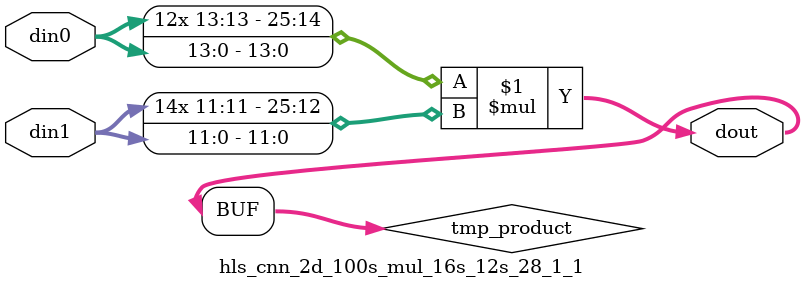
<source format=v>

`timescale 1 ns / 1 ps

  module hls_cnn_2d_100s_mul_16s_12s_28_1_1(din0, din1, dout);
parameter ID = 1;
parameter NUM_STAGE = 0;
parameter din0_WIDTH = 14;
parameter din1_WIDTH = 12;
parameter dout_WIDTH = 26;

input [din0_WIDTH - 1 : 0] din0; 
input [din1_WIDTH - 1 : 0] din1; 
output [dout_WIDTH - 1 : 0] dout;

wire signed [dout_WIDTH - 1 : 0] tmp_product;













assign tmp_product = $signed(din0) * $signed(din1);








assign dout = tmp_product;







endmodule

</source>
